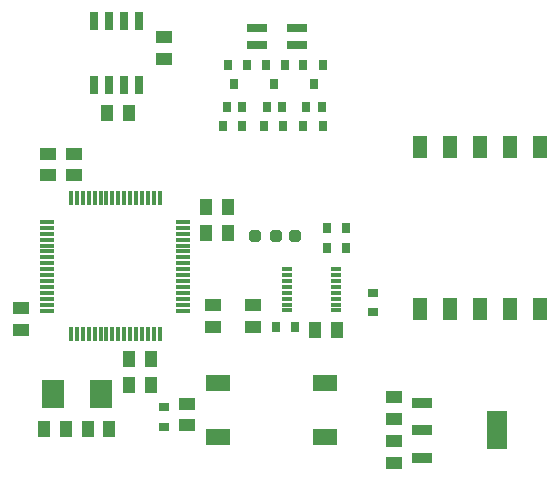
<source format=gtp>
G04*
G04 #@! TF.GenerationSoftware,Altium Limited,Altium Designer,21.2.0 (30)*
G04*
G04 Layer_Color=8421504*
%FSLAX25Y25*%
%MOIN*%
G70*
G04*
G04 #@! TF.SameCoordinates,77A29CB9-FCA2-4D4B-8533-71CC963FDA7C*
G04*
G04*
G04 #@! TF.FilePolarity,Positive*
G04*
G01*
G75*
%ADD15R,0.02756X0.03543*%
%ADD16R,0.05000X0.07441*%
%ADD17R,0.03347X0.02756*%
%ADD18R,0.08268X0.05512*%
%ADD19R,0.06890X0.03740*%
%ADD20R,0.06890X0.12598*%
%ADD21R,0.05315X0.03937*%
%ADD22R,0.03937X0.05315*%
%ADD23R,0.07087X0.02953*%
%ADD24R,0.02756X0.06102*%
G04:AMPARAMS|DCode=25|XSize=39.37mil|YSize=39.37mil|CornerRadius=9.84mil|HoleSize=0mil|Usage=FLASHONLY|Rotation=90.000|XOffset=0mil|YOffset=0mil|HoleType=Round|Shape=RoundedRectangle|*
%AMROUNDEDRECTD25*
21,1,0.03937,0.01968,0,0,90.0*
21,1,0.01968,0.03937,0,0,90.0*
1,1,0.01968,0.00984,0.00984*
1,1,0.01968,0.00984,-0.00984*
1,1,0.01968,-0.00984,-0.00984*
1,1,0.01968,-0.00984,0.00984*
%
%ADD25ROUNDEDRECTD25*%
%ADD26R,0.03500X0.01201*%
%ADD27R,0.02756X0.03347*%
%ADD28R,0.07480X0.09449*%
%ADD29R,0.01181X0.04724*%
%ADD30R,0.04724X0.01181*%
D15*
X375941Y364860D02*
D03*
X378500Y372340D02*
D03*
X381059Y364860D02*
D03*
X389241D02*
D03*
X391800Y372340D02*
D03*
X394359Y364860D02*
D03*
X402541D02*
D03*
X405100Y372340D02*
D03*
X407659Y364860D02*
D03*
D16*
X460300Y297254D02*
D03*
X450300D02*
D03*
X440300D02*
D03*
X470300D02*
D03*
X480300D02*
D03*
X460300Y351546D02*
D03*
X450300D02*
D03*
X440300D02*
D03*
X470300D02*
D03*
X480300D02*
D03*
D17*
X424600Y302748D02*
D03*
Y296252D02*
D03*
X355000Y264548D02*
D03*
Y258052D02*
D03*
D18*
X408780Y272558D02*
D03*
X372953D02*
D03*
X408780Y254842D02*
D03*
X372953D02*
D03*
D19*
X441098Y265955D02*
D03*
Y256900D02*
D03*
Y247845D02*
D03*
D20*
X465902Y256900D02*
D03*
D21*
X431731Y268025D02*
D03*
Y260742D02*
D03*
X431700Y253442D02*
D03*
Y246158D02*
D03*
X355000Y387942D02*
D03*
Y380658D02*
D03*
X307500Y290358D02*
D03*
Y297642D02*
D03*
X362700Y265842D02*
D03*
Y258558D02*
D03*
X324978Y349170D02*
D03*
Y341887D02*
D03*
X316300D02*
D03*
Y349170D02*
D03*
X384853Y291458D02*
D03*
Y298742D02*
D03*
X371500Y298642D02*
D03*
Y291358D02*
D03*
D22*
X336158Y362700D02*
D03*
X343442D02*
D03*
X329558Y257538D02*
D03*
X336842D02*
D03*
X322258Y257538D02*
D03*
X314975D02*
D03*
X369076Y331500D02*
D03*
X376359D02*
D03*
Y322822D02*
D03*
X369076D02*
D03*
X405458Y290362D02*
D03*
X412742D02*
D03*
X350642Y280700D02*
D03*
X343358D02*
D03*
X350642Y272022D02*
D03*
X343358D02*
D03*
D23*
X399393Y391157D02*
D03*
X386007D02*
D03*
X399393Y385449D02*
D03*
X386007D02*
D03*
D24*
X331700Y393428D02*
D03*
X336700D02*
D03*
X341700D02*
D03*
X346700D02*
D03*
Y371972D02*
D03*
X341700D02*
D03*
X336700D02*
D03*
X331700D02*
D03*
D25*
X398800Y321800D02*
D03*
X392300Y321700D02*
D03*
X385500Y321600D02*
D03*
D26*
X395909Y310690D02*
D03*
Y308721D02*
D03*
Y306753D02*
D03*
Y304784D02*
D03*
Y302816D02*
D03*
Y300847D02*
D03*
Y298879D02*
D03*
Y296910D02*
D03*
X412491Y310690D02*
D03*
Y308721D02*
D03*
Y306753D02*
D03*
Y304784D02*
D03*
Y302816D02*
D03*
Y300847D02*
D03*
Y298879D02*
D03*
Y296910D02*
D03*
D27*
X395433Y378837D02*
D03*
X388937D02*
D03*
X382818D02*
D03*
X376322D02*
D03*
X408048D02*
D03*
X401552D02*
D03*
X407948Y358331D02*
D03*
X401452D02*
D03*
X394748D02*
D03*
X388252D02*
D03*
X381148D02*
D03*
X374652D02*
D03*
X409252Y324510D02*
D03*
X415748D02*
D03*
X415848Y317800D02*
D03*
X409352D02*
D03*
X398748Y291346D02*
D03*
X392252D02*
D03*
D28*
X318045Y269169D02*
D03*
X334187D02*
D03*
D29*
X353590Y289000D02*
D03*
X351622D02*
D03*
X349654D02*
D03*
X347685D02*
D03*
X345717D02*
D03*
X343748D02*
D03*
X341779D02*
D03*
X339811D02*
D03*
X337842D02*
D03*
X335874D02*
D03*
X333906D02*
D03*
X331937D02*
D03*
X329969D02*
D03*
X328000D02*
D03*
X326031D02*
D03*
X324063D02*
D03*
X353590Y334276D02*
D03*
X351622D02*
D03*
X349654D02*
D03*
X347685D02*
D03*
X345717D02*
D03*
X343748D02*
D03*
X341779D02*
D03*
X339811D02*
D03*
X337842D02*
D03*
X335874D02*
D03*
X333906D02*
D03*
X331937D02*
D03*
X329969D02*
D03*
X328000D02*
D03*
X326031D02*
D03*
X324063D02*
D03*
D30*
X361465Y310653D02*
D03*
Y308685D02*
D03*
Y306716D02*
D03*
Y304748D02*
D03*
Y302780D02*
D03*
Y300811D02*
D03*
Y298843D02*
D03*
Y296874D02*
D03*
Y326402D02*
D03*
Y324433D02*
D03*
Y322465D02*
D03*
Y320496D02*
D03*
Y318528D02*
D03*
Y316559D02*
D03*
Y314591D02*
D03*
Y312622D02*
D03*
X316189Y326402D02*
D03*
Y324433D02*
D03*
Y322465D02*
D03*
Y320496D02*
D03*
Y318528D02*
D03*
Y316559D02*
D03*
Y314591D02*
D03*
Y312622D02*
D03*
Y310653D02*
D03*
Y308685D02*
D03*
Y306716D02*
D03*
Y304748D02*
D03*
Y302780D02*
D03*
Y300811D02*
D03*
Y298843D02*
D03*
Y296874D02*
D03*
M02*

</source>
